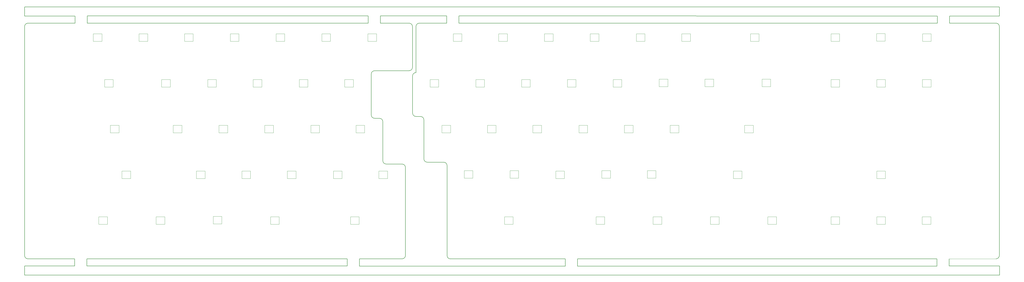
<source format=gbr>
G04 #@! TF.GenerationSoftware,KiCad,Pcbnew,(5.1.9)-1*
G04 #@! TF.CreationDate,2021-02-17T22:07:48-08:00*
G04 #@! TF.ProjectId,onigaku,6f6e6967-616b-4752-9e6b-696361645f70,rev?*
G04 #@! TF.SameCoordinates,Original*
G04 #@! TF.FileFunction,Profile,NP*
%FSLAX46Y46*%
G04 Gerber Fmt 4.6, Leading zero omitted, Abs format (unit mm)*
G04 Created by KiCad (PCBNEW (5.1.9)-1) date 2021-02-17 22:07:48*
%MOMM*%
%LPD*%
G01*
G04 APERTURE LIST*
G04 #@! TA.AperFunction,Profile*
%ADD10C,0.200000*%
G04 #@! TD*
G04 #@! TA.AperFunction,Profile*
%ADD11C,0.100000*%
G04 #@! TD*
G04 #@! TA.AperFunction,Profile*
%ADD12C,0.120000*%
G04 #@! TD*
G04 APERTURE END LIST*
D10*
X38227000Y-15875000D02*
X38227000Y-18923000D01*
X12192000Y-16002000D02*
X12192000Y-12192000D01*
X12192000Y-16002000D02*
X33147000Y-16002000D01*
X12192000Y-12192000D02*
X417893500Y-12192000D01*
X160274000Y-15875000D02*
X187833000Y-15875000D01*
X155194000Y-18923000D02*
X155194000Y-15875000D01*
X33147000Y-18923000D02*
X33147000Y-16002000D01*
X417893500Y-12192000D02*
X417893500Y-16002000D01*
X160274000Y-15875000D02*
X160274000Y-18923000D01*
X155194000Y-15875000D02*
X38227000Y-15875000D01*
X187833000Y-18923000D02*
X187833000Y-15875000D01*
X192913000Y-15875000D02*
X192913000Y-18923000D01*
X397129000Y-16002000D02*
X397129000Y-18923000D01*
X397129000Y-16002000D02*
X417893500Y-16002000D01*
X392049000Y-16002000D02*
X192913000Y-15875000D01*
X392049000Y-18923000D02*
X392049000Y-16002000D01*
X417957000Y-120015000D02*
X397002000Y-120015000D01*
X274955000Y-120142000D02*
X242316000Y-120142000D01*
X417957000Y-123825000D02*
X12192000Y-123825000D01*
X12192000Y-123825000D02*
X12192000Y-120015000D01*
X33020000Y-120015000D02*
X12192000Y-120015000D01*
X274955000Y-120142000D02*
X391922000Y-120142000D01*
X38100000Y-120015000D02*
X146431000Y-120015000D01*
X417957000Y-120015000D02*
X417957000Y-123825000D01*
X151511000Y-120142000D02*
X237236000Y-120142000D01*
X38100000Y-117094000D02*
X38100000Y-120015000D01*
X33020000Y-120015000D02*
X33020000Y-117094000D01*
X151511000Y-117094000D02*
X151511000Y-120142000D01*
X146431000Y-120015000D02*
X146431000Y-117094000D01*
X242316000Y-117094000D02*
X242316000Y-120142000D01*
X237236000Y-120142000D02*
X237236000Y-117094000D01*
X391922000Y-120142000D02*
X391922000Y-117094000D01*
X397002000Y-117094000D02*
X397002000Y-120015000D01*
X151511000Y-117094000D02*
X169291000Y-117094000D01*
D11*
X397002000Y-117094000D02*
X416496500Y-117094000D01*
D10*
X274955000Y-117094000D02*
X242316000Y-117094000D01*
X237236000Y-117094000D02*
X189420500Y-117094000D01*
X13589000Y-117094000D02*
X33020000Y-117094000D01*
X38100000Y-117094000D02*
X146431000Y-117094000D01*
X397129000Y-18923000D02*
X416496500Y-18923000D01*
X13589000Y-18923000D02*
X33147000Y-18923000D01*
X176466500Y-18923000D02*
X187833000Y-18923000D01*
X160274000Y-18923000D02*
X172212000Y-18923000D01*
X173672500Y-40894000D02*
G75*
G02*
X175069500Y-39497000I1397000J0D01*
G01*
X175069500Y-57785000D02*
G75*
G02*
X173672500Y-56388000I0J1397000D01*
G01*
X176974500Y-57785000D02*
G75*
G02*
X178371500Y-59182000I0J-1397000D01*
G01*
X179768500Y-76835000D02*
G75*
G02*
X178371500Y-75438000I0J1397000D01*
G01*
X186626500Y-76835000D02*
G75*
G02*
X188023500Y-78232000I0J-1397000D01*
G01*
X189420500Y-117094000D02*
G75*
G02*
X188023500Y-115697000I0J1397000D01*
G01*
X170688000Y-115697000D02*
G75*
G02*
X169291000Y-117094000I-1397000J0D01*
G01*
X169291000Y-77597000D02*
G75*
G02*
X170688000Y-78994000I0J-1397000D01*
G01*
X162687000Y-77597000D02*
G75*
G02*
X161290000Y-76200000I0J1397000D01*
G01*
X159893000Y-58547000D02*
G75*
G02*
X161290000Y-59944000I0J-1397000D01*
G01*
X157861000Y-58547000D02*
G75*
G02*
X156464000Y-57150000I0J1397000D01*
G01*
X156464000Y-40132000D02*
G75*
G02*
X157861000Y-38735000I1397000J0D01*
G01*
X173609000Y-37338000D02*
G75*
G02*
X172212000Y-38735000I-1397000J0D01*
G01*
X172212000Y-18923000D02*
G75*
G02*
X173609000Y-20320000I0J-1397000D01*
G01*
X175069500Y-20320000D02*
G75*
G02*
X176466500Y-18923000I1397000J0D01*
G01*
X192913000Y-18923000D02*
X392049000Y-18923000D01*
X274955000Y-117094000D02*
X391922000Y-117094000D01*
X175069500Y-39497000D02*
X175069500Y-20320000D01*
X173672500Y-56388000D02*
X173672500Y-40894000D01*
X176974500Y-57785000D02*
X175069500Y-57785000D01*
X178371500Y-75438000D02*
X178371500Y-59182000D01*
X186626500Y-76835000D02*
X179768500Y-76835000D01*
X188023500Y-115697000D02*
X188023500Y-78232000D01*
X173609000Y-37338000D02*
X173609000Y-20320000D01*
X157861000Y-38735000D02*
X172212000Y-38735000D01*
X156464000Y-57150000D02*
X156464000Y-40132000D01*
X159893000Y-58547000D02*
X157861000Y-58547000D01*
X161290000Y-76200000D02*
X161290000Y-59944000D01*
X169291000Y-77597000D02*
X162687000Y-77597000D01*
X170688000Y-115697000D02*
X170688000Y-78994000D01*
X12192000Y-20320000D02*
G75*
G02*
X13589000Y-18923000I1397000J0D01*
G01*
X416496500Y-18923000D02*
G75*
G02*
X417893500Y-20320000I0J-1397000D01*
G01*
X417894880Y-115633500D02*
G75*
G02*
X416496500Y-117094000I-1461880J0D01*
G01*
X13589000Y-117094000D02*
G75*
G02*
X12192000Y-115697000I0J1397000D01*
G01*
X38227000Y-18923000D02*
X155194000Y-18923000D01*
X417893500Y-20320000D02*
X417893500Y-115633500D01*
X12192000Y-115697000D02*
X12192000Y-20320000D01*
D12*
X389340500Y-102642000D02*
X385740500Y-102642000D01*
X389340500Y-99542000D02*
X389340500Y-102642000D01*
X385740500Y-99542000D02*
X389340500Y-99542000D01*
X385740500Y-102642000D02*
X385740500Y-99542000D01*
X370417500Y-102642000D02*
X366817500Y-102642000D01*
X370417500Y-99542000D02*
X370417500Y-102642000D01*
X366817500Y-99542000D02*
X370417500Y-99542000D01*
X366817500Y-102642000D02*
X366817500Y-99542000D01*
X351367500Y-102642000D02*
X347767500Y-102642000D01*
X351367500Y-99542000D02*
X351367500Y-102642000D01*
X347767500Y-99542000D02*
X351367500Y-99542000D01*
X347767500Y-102642000D02*
X347767500Y-99542000D01*
X370417500Y-83592000D02*
X366817500Y-83592000D01*
X370417500Y-80492000D02*
X370417500Y-83592000D01*
X366817500Y-80492000D02*
X370417500Y-80492000D01*
X366817500Y-83592000D02*
X366817500Y-80492000D01*
X389423500Y-45492000D02*
X385823500Y-45492000D01*
X389423500Y-42392000D02*
X389423500Y-45492000D01*
X385823500Y-42392000D02*
X389423500Y-42392000D01*
X385823500Y-45492000D02*
X385823500Y-42392000D01*
X370417500Y-45492000D02*
X366817500Y-45492000D01*
X370417500Y-42392000D02*
X370417500Y-45492000D01*
X366817500Y-42392000D02*
X370417500Y-42392000D01*
X366817500Y-45492000D02*
X366817500Y-42392000D01*
X351367500Y-45492000D02*
X347767500Y-45492000D01*
X351367500Y-42392000D02*
X351367500Y-45492000D01*
X347767500Y-42392000D02*
X351367500Y-42392000D01*
X347767500Y-45492000D02*
X347767500Y-42392000D01*
X389467500Y-26442000D02*
X385867500Y-26442000D01*
X389467500Y-23342000D02*
X389467500Y-26442000D01*
X385867500Y-23342000D02*
X389467500Y-23342000D01*
X385867500Y-26442000D02*
X385867500Y-23342000D01*
X370334500Y-26377000D02*
X366734500Y-26377000D01*
X370334500Y-23277000D02*
X370334500Y-26377000D01*
X366734500Y-23277000D02*
X370334500Y-23277000D01*
X366734500Y-26377000D02*
X366734500Y-23277000D01*
X351367500Y-26442000D02*
X347767500Y-26442000D01*
X351367500Y-23342000D02*
X351367500Y-26442000D01*
X347767500Y-23342000D02*
X351367500Y-23342000D01*
X347767500Y-26442000D02*
X347767500Y-23342000D01*
X321478500Y-102642000D02*
X321478500Y-99542000D01*
X321478500Y-99542000D02*
X325078500Y-99542000D01*
X325078500Y-99542000D02*
X325078500Y-102642000D01*
X325078500Y-102642000D02*
X321478500Y-102642000D01*
X297602500Y-102642000D02*
X297602500Y-99542000D01*
X297602500Y-99542000D02*
X301202500Y-99542000D01*
X301202500Y-99542000D02*
X301202500Y-102642000D01*
X301202500Y-102642000D02*
X297602500Y-102642000D01*
X273726500Y-102642000D02*
X273726500Y-99542000D01*
X273726500Y-99542000D02*
X277326500Y-99542000D01*
X277326500Y-99542000D02*
X277326500Y-102642000D01*
X277326500Y-102642000D02*
X273726500Y-102642000D01*
X249977500Y-102642000D02*
X249977500Y-99542000D01*
X249977500Y-99542000D02*
X253577500Y-99542000D01*
X253577500Y-99542000D02*
X253577500Y-102642000D01*
X253577500Y-102642000D02*
X249977500Y-102642000D01*
X159617000Y-83592000D02*
X159617000Y-80492000D01*
X159617000Y-80492000D02*
X163217000Y-80492000D01*
X163217000Y-80492000D02*
X163217000Y-83592000D01*
X163217000Y-83592000D02*
X159617000Y-83592000D01*
X121517000Y-83592000D02*
X121517000Y-80492000D01*
X121517000Y-80492000D02*
X125117000Y-80492000D01*
X125117000Y-80492000D02*
X125117000Y-83592000D01*
X125117000Y-83592000D02*
X121517000Y-83592000D01*
X52683000Y-83592000D02*
X52683000Y-80492000D01*
X52683000Y-80492000D02*
X56283000Y-80492000D01*
X56283000Y-80492000D02*
X56283000Y-83592000D01*
X56283000Y-83592000D02*
X52683000Y-83592000D01*
X307127500Y-83592000D02*
X307127500Y-80492000D01*
X307127500Y-80492000D02*
X310727500Y-80492000D01*
X310727500Y-80492000D02*
X310727500Y-83592000D01*
X310727500Y-83592000D02*
X307127500Y-83592000D01*
X233213500Y-83592000D02*
X233213500Y-80492000D01*
X233213500Y-80492000D02*
X236813500Y-80492000D01*
X236813500Y-80492000D02*
X236813500Y-83592000D01*
X236813500Y-83592000D02*
X233213500Y-83592000D01*
X195113500Y-83465000D02*
X195113500Y-80365000D01*
X195113500Y-80365000D02*
X198713500Y-80365000D01*
X198713500Y-80365000D02*
X198713500Y-83465000D01*
X198713500Y-83465000D02*
X195113500Y-83465000D01*
X311826500Y-64542000D02*
X311826500Y-61442000D01*
X311826500Y-61442000D02*
X315426500Y-61442000D01*
X315426500Y-61442000D02*
X315426500Y-64542000D01*
X315426500Y-64542000D02*
X311826500Y-64542000D01*
X280838500Y-64542000D02*
X280838500Y-61442000D01*
X280838500Y-61442000D02*
X284438500Y-61442000D01*
X284438500Y-61442000D02*
X284438500Y-64542000D01*
X284438500Y-64542000D02*
X280838500Y-64542000D01*
X261788500Y-64542000D02*
X261788500Y-61442000D01*
X261788500Y-61442000D02*
X265388500Y-61442000D01*
X265388500Y-61442000D02*
X265388500Y-64542000D01*
X265388500Y-64542000D02*
X261788500Y-64542000D01*
X242865500Y-64542000D02*
X242865500Y-61442000D01*
X242865500Y-61442000D02*
X246465500Y-61442000D01*
X246465500Y-61442000D02*
X246465500Y-64542000D01*
X246465500Y-64542000D02*
X242865500Y-64542000D01*
X223688500Y-64542000D02*
X223688500Y-61442000D01*
X223688500Y-61442000D02*
X227288500Y-61442000D01*
X227288500Y-61442000D02*
X227288500Y-64542000D01*
X227288500Y-64542000D02*
X223688500Y-64542000D01*
X204765500Y-64542000D02*
X204765500Y-61442000D01*
X204765500Y-61442000D02*
X208365500Y-61442000D01*
X208365500Y-61442000D02*
X208365500Y-64542000D01*
X208365500Y-64542000D02*
X204765500Y-64542000D01*
X185842500Y-64542000D02*
X185842500Y-61442000D01*
X185842500Y-61442000D02*
X189442500Y-61442000D01*
X189442500Y-61442000D02*
X189442500Y-64542000D01*
X189442500Y-64542000D02*
X185842500Y-64542000D01*
X319065500Y-45365000D02*
X319065500Y-42265000D01*
X319065500Y-42265000D02*
X322665500Y-42265000D01*
X322665500Y-42265000D02*
X322665500Y-45365000D01*
X322665500Y-45365000D02*
X319065500Y-45365000D01*
X295316500Y-45365000D02*
X295316500Y-42265000D01*
X295316500Y-42265000D02*
X298916500Y-42265000D01*
X298916500Y-42265000D02*
X298916500Y-45365000D01*
X298916500Y-45365000D02*
X295316500Y-45365000D01*
X199939500Y-45492000D02*
X199939500Y-42392000D01*
X199939500Y-42392000D02*
X203539500Y-42392000D01*
X203539500Y-42392000D02*
X203539500Y-45492000D01*
X203539500Y-45492000D02*
X199939500Y-45492000D01*
X180889500Y-45492000D02*
X180889500Y-42392000D01*
X180889500Y-42392000D02*
X184489500Y-42392000D01*
X184489500Y-42392000D02*
X184489500Y-45492000D01*
X184489500Y-45492000D02*
X180889500Y-45492000D01*
X155045000Y-26442000D02*
X155045000Y-23342000D01*
X155045000Y-23342000D02*
X158645000Y-23342000D01*
X158645000Y-23342000D02*
X158645000Y-26442000D01*
X158645000Y-26442000D02*
X155045000Y-26442000D01*
X59795000Y-26442000D02*
X59795000Y-23342000D01*
X59795000Y-23342000D02*
X63395000Y-23342000D01*
X63395000Y-23342000D02*
X63395000Y-26442000D01*
X63395000Y-26442000D02*
X59795000Y-26442000D01*
X40745000Y-26442000D02*
X40745000Y-23342000D01*
X40745000Y-23342000D02*
X44345000Y-23342000D01*
X44345000Y-23342000D02*
X44345000Y-26442000D01*
X44345000Y-26442000D02*
X40745000Y-26442000D01*
X228514500Y-26442000D02*
X228514500Y-23342000D01*
X228514500Y-23342000D02*
X232114500Y-23342000D01*
X232114500Y-23342000D02*
X232114500Y-26442000D01*
X232114500Y-26442000D02*
X228514500Y-26442000D01*
X190541500Y-26442000D02*
X190541500Y-23342000D01*
X190541500Y-23342000D02*
X194141500Y-23342000D01*
X194141500Y-23342000D02*
X194141500Y-26442000D01*
X194141500Y-26442000D02*
X190541500Y-26442000D01*
X147806000Y-102642000D02*
X147806000Y-99542000D01*
X147806000Y-99542000D02*
X151406000Y-99542000D01*
X151406000Y-99542000D02*
X151406000Y-102642000D01*
X151406000Y-102642000D02*
X147806000Y-102642000D01*
X90656000Y-102515000D02*
X90656000Y-99415000D01*
X90656000Y-99415000D02*
X94256000Y-99415000D01*
X94256000Y-99415000D02*
X94256000Y-102515000D01*
X94256000Y-102515000D02*
X90656000Y-102515000D01*
X114532000Y-102642000D02*
X114532000Y-99542000D01*
X114532000Y-99542000D02*
X118132000Y-99542000D01*
X118132000Y-99542000D02*
X118132000Y-102642000D01*
X118132000Y-102642000D02*
X114532000Y-102642000D01*
X66907000Y-102642000D02*
X66907000Y-99542000D01*
X66907000Y-99542000D02*
X70507000Y-99542000D01*
X70507000Y-99542000D02*
X70507000Y-102642000D01*
X70507000Y-102642000D02*
X66907000Y-102642000D01*
X43031000Y-102642000D02*
X43031000Y-99542000D01*
X43031000Y-99542000D02*
X46631000Y-99542000D01*
X46631000Y-99542000D02*
X46631000Y-102642000D01*
X46631000Y-102642000D02*
X43031000Y-102642000D01*
X211877500Y-102642000D02*
X211877500Y-99542000D01*
X211877500Y-99542000D02*
X215477500Y-99542000D01*
X215477500Y-99542000D02*
X215477500Y-102642000D01*
X215477500Y-102642000D02*
X211877500Y-102642000D01*
X140694000Y-83592000D02*
X140694000Y-80492000D01*
X140694000Y-80492000D02*
X144294000Y-80492000D01*
X144294000Y-80492000D02*
X144294000Y-83592000D01*
X144294000Y-83592000D02*
X140694000Y-83592000D01*
X102594000Y-83592000D02*
X102594000Y-80492000D01*
X102594000Y-80492000D02*
X106194000Y-80492000D01*
X106194000Y-80492000D02*
X106194000Y-83592000D01*
X106194000Y-83592000D02*
X102594000Y-83592000D01*
X83671000Y-83592000D02*
X83671000Y-80492000D01*
X83671000Y-80492000D02*
X87271000Y-80492000D01*
X87271000Y-80492000D02*
X87271000Y-83592000D01*
X87271000Y-83592000D02*
X83671000Y-83592000D01*
X271313500Y-83465000D02*
X271313500Y-80365000D01*
X271313500Y-80365000D02*
X274913500Y-80365000D01*
X274913500Y-80365000D02*
X274913500Y-83465000D01*
X274913500Y-83465000D02*
X271313500Y-83465000D01*
X252390500Y-83465000D02*
X252390500Y-80365000D01*
X252390500Y-80365000D02*
X255990500Y-80365000D01*
X255990500Y-80365000D02*
X255990500Y-83465000D01*
X255990500Y-83465000D02*
X252390500Y-83465000D01*
X214163500Y-83465000D02*
X214163500Y-80365000D01*
X214163500Y-80365000D02*
X217763500Y-80365000D01*
X217763500Y-80365000D02*
X217763500Y-83465000D01*
X217763500Y-83465000D02*
X214163500Y-83465000D01*
X150092000Y-64542000D02*
X150092000Y-61442000D01*
X150092000Y-61442000D02*
X153692000Y-61442000D01*
X153692000Y-61442000D02*
X153692000Y-64542000D01*
X153692000Y-64542000D02*
X150092000Y-64542000D01*
X131296000Y-64542000D02*
X131296000Y-61442000D01*
X131296000Y-61442000D02*
X134896000Y-61442000D01*
X134896000Y-61442000D02*
X134896000Y-64542000D01*
X134896000Y-64542000D02*
X131296000Y-64542000D01*
X112119000Y-64542000D02*
X112119000Y-61442000D01*
X112119000Y-61442000D02*
X115719000Y-61442000D01*
X115719000Y-61442000D02*
X115719000Y-64542000D01*
X115719000Y-64542000D02*
X112119000Y-64542000D01*
X93069000Y-64542000D02*
X93069000Y-61442000D01*
X93069000Y-61442000D02*
X96669000Y-61442000D01*
X96669000Y-61442000D02*
X96669000Y-64542000D01*
X96669000Y-64542000D02*
X93069000Y-64542000D01*
X74019000Y-64542000D02*
X74019000Y-61442000D01*
X74019000Y-61442000D02*
X77619000Y-61442000D01*
X77619000Y-61442000D02*
X77619000Y-64542000D01*
X77619000Y-64542000D02*
X74019000Y-64542000D01*
X47857000Y-64542000D02*
X47857000Y-61442000D01*
X47857000Y-61442000D02*
X51457000Y-61442000D01*
X51457000Y-61442000D02*
X51457000Y-64542000D01*
X51457000Y-64542000D02*
X47857000Y-64542000D01*
X145393000Y-45492000D02*
X145393000Y-42392000D01*
X145393000Y-42392000D02*
X148993000Y-42392000D01*
X148993000Y-42392000D02*
X148993000Y-45492000D01*
X148993000Y-45492000D02*
X145393000Y-45492000D01*
X126470000Y-45492000D02*
X126470000Y-42392000D01*
X126470000Y-42392000D02*
X130070000Y-42392000D01*
X130070000Y-42392000D02*
X130070000Y-45492000D01*
X130070000Y-45492000D02*
X126470000Y-45492000D01*
X107293000Y-45492000D02*
X107293000Y-42392000D01*
X107293000Y-42392000D02*
X110893000Y-42392000D01*
X110893000Y-42392000D02*
X110893000Y-45492000D01*
X110893000Y-45492000D02*
X107293000Y-45492000D01*
X88370000Y-45492000D02*
X88370000Y-42392000D01*
X88370000Y-42392000D02*
X91970000Y-42392000D01*
X91970000Y-42392000D02*
X91970000Y-45492000D01*
X91970000Y-45492000D02*
X88370000Y-45492000D01*
X69193000Y-45492000D02*
X69193000Y-42392000D01*
X69193000Y-42392000D02*
X72793000Y-42392000D01*
X72793000Y-42392000D02*
X72793000Y-45492000D01*
X72793000Y-45492000D02*
X69193000Y-45492000D01*
X45444000Y-45492000D02*
X45444000Y-42392000D01*
X45444000Y-42392000D02*
X49044000Y-42392000D01*
X49044000Y-42392000D02*
X49044000Y-45492000D01*
X49044000Y-45492000D02*
X45444000Y-45492000D01*
X276266500Y-45365000D02*
X276266500Y-42265000D01*
X276266500Y-42265000D02*
X279866500Y-42265000D01*
X279866500Y-42265000D02*
X279866500Y-45365000D01*
X279866500Y-45365000D02*
X276266500Y-45365000D01*
X257089500Y-45492000D02*
X257089500Y-42392000D01*
X257089500Y-42392000D02*
X260689500Y-42392000D01*
X260689500Y-42392000D02*
X260689500Y-45492000D01*
X260689500Y-45492000D02*
X257089500Y-45492000D01*
X238039500Y-45492000D02*
X238039500Y-42392000D01*
X238039500Y-42392000D02*
X241639500Y-42392000D01*
X241639500Y-42392000D02*
X241639500Y-45492000D01*
X241639500Y-45492000D02*
X238039500Y-45492000D01*
X218989500Y-45492000D02*
X218989500Y-42392000D01*
X218989500Y-42392000D02*
X222589500Y-42392000D01*
X222589500Y-42392000D02*
X222589500Y-45492000D01*
X222589500Y-45492000D02*
X218989500Y-45492000D01*
X135868000Y-26442000D02*
X135868000Y-23342000D01*
X135868000Y-23342000D02*
X139468000Y-23342000D01*
X139468000Y-23342000D02*
X139468000Y-26442000D01*
X139468000Y-26442000D02*
X135868000Y-26442000D01*
X116818000Y-26442000D02*
X116818000Y-23342000D01*
X116818000Y-23342000D02*
X120418000Y-23342000D01*
X120418000Y-23342000D02*
X120418000Y-26442000D01*
X120418000Y-26442000D02*
X116818000Y-26442000D01*
X97768000Y-26442000D02*
X97768000Y-23342000D01*
X97768000Y-23342000D02*
X101368000Y-23342000D01*
X101368000Y-23342000D02*
X101368000Y-26442000D01*
X101368000Y-26442000D02*
X97768000Y-26442000D01*
X78718000Y-26442000D02*
X78718000Y-23342000D01*
X78718000Y-23342000D02*
X82318000Y-23342000D01*
X82318000Y-23342000D02*
X82318000Y-26442000D01*
X82318000Y-26442000D02*
X78718000Y-26442000D01*
X314239500Y-26442000D02*
X314239500Y-23342000D01*
X314239500Y-23342000D02*
X317839500Y-23342000D01*
X317839500Y-23342000D02*
X317839500Y-26442000D01*
X317839500Y-26442000D02*
X314239500Y-26442000D01*
X285664500Y-26442000D02*
X285664500Y-23342000D01*
X285664500Y-23342000D02*
X289264500Y-23342000D01*
X289264500Y-23342000D02*
X289264500Y-26442000D01*
X289264500Y-26442000D02*
X285664500Y-26442000D01*
X266741500Y-26442000D02*
X266741500Y-23342000D01*
X266741500Y-23342000D02*
X270341500Y-23342000D01*
X270341500Y-23342000D02*
X270341500Y-26442000D01*
X270341500Y-26442000D02*
X266741500Y-26442000D01*
X247564500Y-26442000D02*
X247564500Y-23342000D01*
X247564500Y-23342000D02*
X251164500Y-23342000D01*
X251164500Y-23342000D02*
X251164500Y-26442000D01*
X251164500Y-26442000D02*
X247564500Y-26442000D01*
X209464500Y-26442000D02*
X209464500Y-23342000D01*
X209464500Y-23342000D02*
X213064500Y-23342000D01*
X213064500Y-23342000D02*
X213064500Y-26442000D01*
X213064500Y-26442000D02*
X209464500Y-26442000D01*
M02*

</source>
